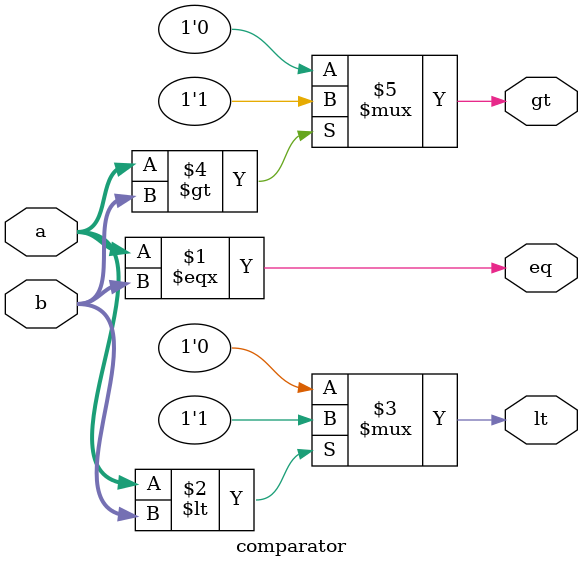
<source format=v>
`timescale 1ns / 1ps


module comparator #(parameter WIDTH = 16) (
    input [WIDTH-1:0] a,
    input [WIDTH-1:0] b,
    output eq,
    output lt,
    output gt
    );
    assign eq = (a === b);
    assign lt = (a < b) ? 1'b1 : 1'b0;
    assign gt = (a > b) ? 1'b1 : 1'b0;
endmodule

</source>
